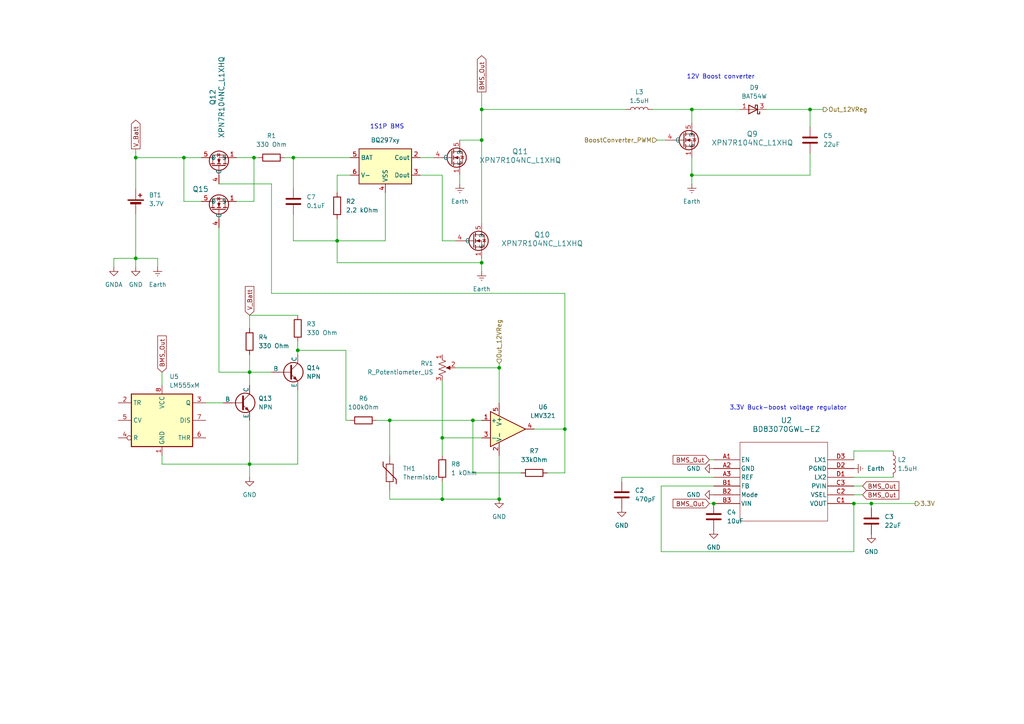
<source format=kicad_sch>
(kicad_sch (version 20250114) (generator "eeschema") (generator_version "9.0")
  (paper "A4")
  (lib_symbols
    (symbol "ADDED_SYMBOLS:BD83070GWL-E2" (pin_names (offset 0.254))
      (property "Reference" "U" (at 20.32 10.16 0))
      (property "Value" "BD83070GWL-E2" (at 20.32 7.62 0))
      (symbol "BD83070GWL-E2_0_1"
        (polyline (pts (xy 7.62 5.08) (xy 7.62 -17.78)) (stroke (width 0.127)))
        (polyline (pts (xy 7.62 -17.78) (xy 33.02 -17.78)) (stroke (width 0.127)))
        (polyline (pts (xy 33.02 5.08) (xy 7.62 5.08)) (stroke (width 0.127)))
        (polyline (pts (xy 33.02 -17.78) (xy 33.02 5.08)) (stroke (width 0.127)))
        (pin unspecified line (at 0 0 0) (length 7.62) (name "EN") (number "A1"))
        (pin power_out line (at 0 -2.54 0) (length 7.62) (name "GND") (number "A2"))
        (pin unspecified line (at 0 -5.08 0) (length 7.62) (name "REF") (number "A3"))
        (pin unspecified line (at 0 -7.62 0) (length 7.62) (name "FB") (number "B1"))
        (pin unspecified line (at 0 -12.7 0) (length 7.62) (name "VIN") (number "B3"))
        (pin bidirectional line (at 40.64 0 180) (length 7.62) (name "LX1") (number "D3"))
        (pin power_out line (at 40.64 -2.54 180) (length 7.62) (name "PGND") (number "D2"))
        (pin bidirectional line (at 40.64 -5.08 180) (length 7.62) (name "LX2") (number "D1"))
        (pin unspecified line (at 40.64 -7.62 180) (length 7.62) (name "PVIN") (number "C3"))
        (pin unspecified line (at 40.64 -10.16 180) (length 7.62) (name "VSEL") (number "C2"))
        (pin output line (at 40.64 -12.7 180) (length 7.62) (name "VOUT") (number "C1"))
      )
      (symbol "BD83070GWL-E2_1_1"
        (pin input line (at 0 -10.16 0) (length 7.62) (name "Mode") (number "B2"))
      )
    )
    (symbol "ADDED_SYMBOLS:XPN7R104NC_L1XHQ" (pin_names (offset 0.254))
      (property "Reference" "U" (at 40.386 -7.874 0))
      (property "Value" "XPN7R104NC_L1XHQ" (at 40.386 -10.414 0))
      (symbol "XPN7R104NC_L1XHQ_0_1"
        (polyline (pts (xy 21.844 -8.255) (xy 21.844 -12.065)) (stroke (width 0.254)))
        (polyline (pts (xy 21.844 -10.16) (xy 19.05 -10.16)))
        (polyline (pts (xy 22.352 -7.874) (xy 22.352 -8.89)) (stroke (width 0.254)))
        (polyline (pts (xy 22.352 -9.652) (xy 22.352 -10.668)) (stroke (width 0.254)))
        (polyline (pts (xy 22.352 -11.43) (xy 22.352 -12.446)) (stroke (width 0.254)))
        (polyline (pts (xy 22.352 -11.938) (xy 24.892 -11.938) (xy 24.892 -8.382) (xy 22.352 -8.382)))
        (polyline (pts (xy 22.606 -10.16) (xy 23.622 -9.779) (xy 23.622 -10.541) (xy 22.606 -10.16)) (fill (type outline)))
        (circle (center 23.241 -10.16) (radius 2.794) (stroke (width 0.254)))
        (polyline (pts (xy 24.13 -7.62) (xy 24.13 -8.382)))
        (circle (center 24.13 -8.382) (radius 0.254) (fill (type outline)))
        (circle (center 24.13 -11.938) (radius 0.254) (fill (type outline)))
        (polyline (pts (xy 24.13 -12.7) (xy 24.13 -10.16) (xy 22.352 -10.16)))
        (polyline (pts (xy 24.384 -9.652) (xy 24.511 -9.779) (xy 25.273 -9.779) (xy 25.4 -9.906)))
        (polyline (pts (xy 24.892 -9.779) (xy 24.511 -10.414) (xy 25.273 -10.414) (xy 24.892 -9.779)))
      )
      (symbol "XPN7R104NC_L1XHQ_1_1"
        (pin input line (at 16.51 -10.16 0) (length 2.54) (name "G") (number "4"))
        (pin passive line (at 24.13 -5.08 270) (length 2.54) (name "D") (number "5"))
        (pin passive line (at 24.13 -5.08 270) (length 2.54) (hide yes) (name "D") (number "6"))
        (pin passive line (at 24.13 -5.08 270) (length 2.54) (hide yes) (name "D") (number "7"))
        (pin passive line (at 24.13 -5.08 270) (length 2.54) (hide yes) (name "D") (number "8"))
        (pin passive line (at 24.13 -15.24 90) (length 2.54) (name "S") (number "1"))
        (pin passive line (at 24.13 -15.24 90) (length 2.54) (hide yes) (name "S") (number "2"))
        (pin passive line (at 24.13 -15.24 90) (length 2.54) (hide yes) (name "S") (number "3"))
      )
    )
    (symbol "Amplifier_Operational:LMV321" (pin_names (offset 0.127))
      (property "Reference" "U" (at 0 5.08 0))
      (property "Value" "LMV321" (at 0 -5.08 0))
      (symbol "LMV321_0_1"
        (polyline (pts (xy -5.08 5.08) (xy 5.08 0) (xy -5.08 -5.08) (xy -5.08 5.08)) (stroke (width 0.254)) (fill (type background)))
        (pin power_in line (at -2.54 7.62 270) (length 3.81) (name "V+") (number "5"))
        (pin power_in line (at -2.54 -7.62 90) (length 3.81) (name "V-") (number "2"))
      )
      (symbol "LMV321_1_1"
        (pin input line (at -7.62 2.54 0) (length 2.54) (name "+") (number "1"))
        (pin input line (at -7.62 -2.54 0) (length 2.54) (name "-") (number "3"))
        (pin output line (at 7.62 0 180) (length 2.54) (name "~") (number "4"))
      )
    )
    (symbol "Battery_Management:BQ297xy"
      (property "Reference" "U" (at -6.35 6.35 0))
      (property "Value" "BQ297xy" (at 5.08 -6.35 0))
      (symbol "BQ297xy_0_1"
        (rectangle (start -7.62 5.08) (end 7.62 -5.08) (stroke (width 0.254)) (fill (type background)))
      )
      (symbol "BQ297xy_1_1"
        (pin input line (at -10.16 2.54 0) (length 2.54) (name "BAT") (number "5"))
        (pin input line (at -10.16 -2.54 0) (length 2.54) (name "V-") (number "6"))
        (pin power_in line (at 0 -7.62 90) (length 2.54) (name "VSS") (number "4"))
        (pin no_connect line (at 7.62 0 180) (length 2.54) (hide yes) (name "NC") (number "1"))
        (pin output line (at 10.16 2.54 180) (length 2.54) (name "Cout") (number "2"))
        (pin output line (at 10.16 -2.54 180) (length 2.54) (name "Dout") (number "3"))
      )
    )
    (symbol "Device:Battery_Cell" (pin_numbers (hide yes)) (pin_names (offset 0) (hide yes))
      (property "Reference" "BT" (at 2.54 2.54 0))
      (property "Value" "Battery_Cell" (at 2.54 0 0))
      (symbol "Battery_Cell_0_1"
        (rectangle (start -2.286 1.778) (end 2.286 1.524) (fill (type outline)))
        (rectangle (start -1.524 1.016) (end 1.524 0.508) (fill (type outline)))
        (polyline (pts (xy 0 1.778) (xy 0 2.54)))
        (polyline (pts (xy 0 0.762) (xy 0 0)))
        (polyline (pts (xy 0.762 3.048) (xy 1.778 3.048)) (stroke (width 0.254)))
        (polyline (pts (xy 1.27 3.556) (xy 1.27 2.54)) (stroke (width 0.254)))
      )
      (symbol "Battery_Cell_1_1"
        (pin passive line (at 0 5.08 270) (length 2.54) (name "+") (number "1"))
        (pin passive line (at 0 -2.54 90) (length 2.54) (name "-") (number "2"))
      )
    )
    (symbol "Device:C" (pin_numbers (hide yes)) (pin_names (offset 0.254))
      (property "Reference" "C" (at 0.635 2.54 0))
      (property "Value" "C" (at 0.635 -2.54 0))
      (symbol "C_0_1"
        (polyline (pts (xy -2.032 0.762) (xy 2.032 0.762)) (stroke (width 0.508)))
        (polyline (pts (xy -2.032 -0.762) (xy 2.032 -0.762)) (stroke (width 0.508)))
      )
      (symbol "C_1_1"
        (pin passive line (at 0 3.81 270) (length 2.794) (name "~") (number "1"))
        (pin passive line (at 0 -3.81 90) (length 2.794) (name "~") (number "2"))
      )
    )
    (symbol "Device:L" (pin_numbers (hide yes)) (pin_names (offset 1.016) (hide yes))
      (property "Reference" "L" (at -1.27 0 90))
      (property "Value" "L" (at 1.905 0 90))
      (symbol "L_0_1"
        (arc (start 0 2.54) (mid 0.6323 1.905) (end 0 1.27))
        (arc (start 0 1.27) (mid 0.6323 0.635) (end 0 0))
        (arc (start 0 0) (mid 0.6323 -0.635) (end 0 -1.27))
        (arc (start 0 -1.27) (mid 0.6323 -1.905) (end 0 -2.54))
      )
      (symbol "L_1_1"
        (pin passive line (at 0 3.81 270) (length 1.27) (name "1") (number "1"))
        (pin passive line (at 0 -3.81 90) (length 1.27) (name "2") (number "2"))
      )
    )
    (symbol "Device:R" (pin_numbers (hide yes)) (pin_names (offset 0))
      (property "Reference" "R" (at 2.032 0 90))
      (property "Value" "R" (at 0 0 90))
      (symbol "R_0_1"
        (rectangle (start -1.016 -2.54) (end 1.016 2.54) (stroke (width 0.254)))
      )
      (symbol "R_1_1"
        (pin passive line (at 0 3.81 270) (length 1.27) (name "~") (number "1"))
        (pin passive line (at 0 -3.81 90) (length 1.27) (name "~") (number "2"))
      )
    )
    (symbol "Device:R_Potentiometer_US" (pin_names (offset 1.016) (hide yes))
      (property "Reference" "RV" (at -4.445 0 90))
      (property "Value" "R_Potentiometer_US" (at -2.54 0 90))
      (symbol "R_Potentiometer_US_0_1"
        (polyline (pts (xy 0 2.54) (xy 0 2.286)))
        (polyline (pts (xy 0 2.286) (xy 1.016 1.905) (xy 0 1.524) (xy -1.016 1.143) (xy 0 0.762)))
        (polyline (pts (xy 0 0.762) (xy 1.016 0.381) (xy 0 0) (xy -1.016 -0.381) (xy 0 -0.762)))
        (polyline (pts (xy 0 -0.762) (xy 1.016 -1.143) (xy 0 -1.524) (xy -1.016 -1.905) (xy 0 -2.286)))
        (polyline (pts (xy 0 -2.286) (xy 0 -2.54)))
        (polyline (pts (xy 1.143 0) (xy 2.286 0.508) (xy 2.286 -0.508) (xy 1.143 0)) (fill (type outline)))
        (polyline (pts (xy 2.54 0) (xy 1.524 0)))
      )
      (symbol "R_Potentiometer_US_1_1"
        (pin passive line (at 0 3.81 270) (length 1.27) (name "1") (number "1"))
        (pin passive line (at 0 -3.81 90) (length 1.27) (name "3") (number "3"))
        (pin passive line (at 3.81 0 180) (length 1.27) (name "2") (number "2"))
      )
    )
    (symbol "Device:Thermistor" (pin_numbers (hide yes)) (pin_names (offset 0))
      (property "Reference" "TH" (at 2.54 1.27 90))
      (property "Value" "Thermistor" (at -2.54 0 90))
      (symbol "Thermistor_0_1"
        (polyline (pts (xy -1.905 3.175) (xy -1.905 1.905) (xy 1.905 -1.905) (xy 1.905 -3.175) (xy 1.905 -3.175)) (stroke (width 0.254)))
        (rectangle (start -1.016 2.54) (end 1.016 -2.54) (stroke (width 0.2032)))
      )
      (symbol "Thermistor_1_1"
        (pin passive line (at 0 5.08 270) (length 2.54) (name "~") (number "1"))
        (pin passive line (at 0 -5.08 90) (length 2.54) (name "~") (number "2"))
      )
    )
    (symbol "Diode:BAT54W" (pin_names (offset 1.016) (hide yes))
      (property "Reference" "D" (at 0 2.54 0))
      (property "Value" "BAT54W" (at 0 -2.54 0))
      (symbol "BAT54W_0_1"
        (polyline (pts (xy -1.905 0.635) (xy -1.905 1.27) (xy -1.27 1.27) (xy -1.27 -1.27) (xy -0.635 -1.27) (xy -0.635 -0.635)) (stroke (width 0.254)))
        (polyline (pts (xy 1.27 1.27) (xy 1.27 -1.27) (xy -1.27 0) (xy 1.27 1.27)) (stroke (width 0.254)))
        (polyline (pts (xy 1.27 0) (xy -1.27 0)))
      )
      (symbol "BAT54W_1_1"
        (pin passive line (at -3.81 0 0) (length 2.54) (name "K") (number "3"))
        (pin no_connect line (at 0 0 90) (length 2.54) (hide yes) (name "NC") (number "2"))
        (pin passive line (at 3.81 0 180) (length 2.54) (name "A") (number "1"))
      )
    )
    (symbol "Simulation_SPICE:NPN" (pin_numbers (hide yes)) (pin_names (offset 0))
      (property "Reference" "Q" (at -2.54 7.62 0))
      (property "Value" "NPN" (at -2.54 5.08 0))
      (symbol "NPN_0_1"
        (polyline (pts (xy -2.54 0) (xy 0.635 0)) (stroke (width 0.1524)))
        (polyline (pts (xy 0.635 1.905) (xy 0.635 -1.905) (xy 0.635 -1.905)) (stroke (width 0.508)))
        (polyline (pts (xy 0.635 0.635) (xy 2.54 2.54)))
        (polyline (pts (xy 0.635 -0.635) (xy 2.54 -2.54) (xy 2.54 -2.54)))
        (circle (center 1.27 0) (radius 2.8194) (stroke (width 0.254)))
        (polyline (pts (xy 1.27 -1.778) (xy 1.778 -1.27) (xy 2.286 -2.286) (xy 1.27 -1.778) (xy 1.27 -1.778)) (fill (type outline)))
        (polyline (pts (xy 2.794 -1.27) (xy 2.794 -1.27)) (stroke (width 0.1524)))
        (polyline (pts (xy 2.794 -1.27) (xy 2.794 -1.27)) (stroke (width 0.1524)))
      )
      (symbol "NPN_1_1"
        (pin input line (at -5.08 0 0) (length 2.54) (name "B") (number "2"))
        (pin open_collector line (at 2.54 5.08 270) (length 2.54) (name "C") (number "1"))
        (pin open_emitter line (at 2.54 -5.08 90) (length 2.54) (name "E") (number "3"))
      )
    )
    (symbol "Timer:LM555xM"
      (property "Reference" "U" (at -10.16 8.89 0))
      (property "Value" "LM555xM" (at 2.54 8.89 0))
      (symbol "LM555xM_0_0"
        (pin power_in line (at 0 10.16 270) (length 2.54) (name "VCC") (number "8"))
        (pin power_in line (at 0 -10.16 90) (length 2.54) (name "GND") (number "1"))
      )
      (symbol "LM555xM_0_1"
        (rectangle (start -8.89 -7.62) (end 8.89 7.62) (stroke (width 0.254)) (fill (type background)))
        (rectangle (start -8.89 -7.62) (end 8.89 7.62) (stroke (width 0.254)) (fill (type background)))
      )
      (symbol "LM555xM_1_1"
        (pin input line (at -12.7 5.08 0) (length 3.81) (name "TR") (number "2"))
        (pin input line (at -12.7 0 0) (length 3.81) (name "CV") (number "5"))
        (pin input inverted (at -12.7 -5.08 0) (length 3.81) (name "R") (number "4"))
        (pin output line (at 12.7 5.08 180) (length 3.81) (name "Q") (number "3"))
        (pin input line (at 12.7 0 180) (length 3.81) (name "DIS") (number "7"))
        (pin input line (at 12.7 -5.08 180) (length 3.81) (name "THR") (number "6"))
      )
    )
    (symbol "power:Earth" (power) (pin_numbers (hide yes)) (pin_names (offset 0) (hide yes))
      (property "Value" "Earth" (at 0 -3.81 0))
      (symbol "Earth_0_1"
        (polyline (pts (xy -0.635 -1.905) (xy 0.635 -1.905)))
        (polyline (pts (xy -0.127 -2.54) (xy 0.127 -2.54)))
        (polyline (pts (xy 0 -1.27) (xy 0 0)))
        (polyline (pts (xy 1.27 -1.27) (xy -1.27 -1.27)))
      )
      (symbol "Earth_1_1"
        (pin power_in line (at 0 0 270) (length 0) (name "~") (number "1"))
      )
    )
    (symbol "power:GND" (power) (pin_numbers (hide yes)) (pin_names (offset 0) (hide yes))
      (property "Value" "GND" (at 0 -3.81 0))
      (symbol "GND_0_1"
        (polyline (pts (xy 0 0) (xy 0 -1.27) (xy 1.27 -1.27) (xy 0 -2.54) (xy -1.27 -1.27) (xy 0 -1.27)))
      )
      (symbol "GND_1_1"
        (pin power_in line (at 0 0 270) (length 0) (name "~") (number "1"))
      )
    )
    (symbol "power:GNDA" (power) (pin_numbers (hide yes)) (pin_names (offset 0) (hide yes))
      (property "Value" "GNDA" (at 0 -3.81 0))
      (symbol "GNDA_0_1"
        (polyline (pts (xy 0 0) (xy 0 -1.27) (xy 1.27 -1.27) (xy 0 -2.54) (xy -1.27 -1.27) (xy 0 -1.27)))
      )
      (symbol "GNDA_1_1"
        (pin power_in line (at 0 0 270) (length 0) (name "~") (number "1"))
      )
    )
  )
  (text "1S1P BMS" (at 112.268 36.83 0) (effects (font (size 1.27 1.27))))
  (text "12V Boost converter" (at 209.042 22.352 0) (effects (font (size 1.27 1.27))))
  (text "3.3V Buck-boost voltage regulator" (at 228.6 118.364 0) (effects (font (size 1.27 1.27))))
  (junction (at 144.78 144.78))
  (junction (at 139.7 76.2))
  (junction (at 247.65 146.05))
  (junction (at 234.95 31.75))
  (junction (at 72.39 134.62))
  (junction (at 72.39 107.95))
  (junction (at 86.36 101.6))
  (junction (at 53.34 45.72))
  (junction (at 139.7 40.64))
  (junction (at 252.73 146.05))
  (junction (at 39.37 74.93))
  (junction (at 97.79 69.85))
  (junction (at 139.7 31.75))
  (junction (at 39.37 45.72))
  (junction (at 85.09 45.72))
  (junction (at 200.66 31.75))
  (junction (at 113.03 121.92))
  (junction (at 200.66 50.8))
  (junction (at 73.66 45.72))
  (junction (at 128.27 127))
  (junction (at 137.16 121.92))
  (junction (at 128.27 144.78))
  (junction (at 144.78 106.68))
  (junction (at 207.01 146.05))
  (junction (at 163.83 124.46))
  (wire (pts (xy 139.7 31.75) (xy 181.61 31.75)))
  (wire (pts (xy 86.36 99.06) (xy 86.36 101.6)))
  (wire (pts (xy 234.95 31.75) (xy 234.95 36.83)))
  (wire (pts (xy 97.79 63.5) (xy 97.79 69.85)))
  (wire (pts (xy 101.6 50.8) (xy 97.79 50.8)))
  (wire (pts (xy 180.34 138.43) (xy 207.01 138.43)))
  (wire (pts (xy 68.58 58.42) (xy 73.66 58.42)))
  (wire (pts (xy 139.7 76.2) (xy 97.79 76.2)))
  (wire (pts (xy 200.66 31.75) (xy 214.63 31.75)))
  (wire (pts (xy 144.78 105.41) (xy 144.78 106.68)))
  (wire (pts (xy 234.95 44.45) (xy 234.95 50.8)))
  (wire (pts (xy 189.23 31.75) (xy 200.66 31.75)))
  (wire (pts (xy 39.37 45.72) (xy 39.37 54.61)))
  (wire (pts (xy 45.72 77.47) (xy 45.72 74.93)))
  (wire (pts (xy 86.36 101.6) (xy 86.36 102.87)))
  (wire (pts (xy 180.34 138.43) (xy 180.34 139.7)))
  (wire (pts (xy 100.33 121.92) (xy 100.33 101.6)))
  (wire (pts (xy 111.76 55.88) (xy 111.76 69.85)))
  (wire (pts (xy 39.37 45.72) (xy 53.34 45.72)))
  (wire (pts (xy 72.39 102.87) (xy 72.39 107.95)))
  (wire (pts (xy 72.39 107.95) (xy 63.5 107.95)))
  (wire (pts (xy 163.83 85.09) (xy 78.74 85.09)))
  (wire (pts (xy 39.37 43.18) (xy 39.37 45.72)))
  (wire (pts (xy 234.95 31.75) (xy 238.76 31.75)))
  (wire (pts (xy 205.74 146.05) (xy 207.01 146.05)))
  (wire (pts (xy 128.27 69.85) (xy 132.08 69.85)))
  (wire (pts (xy 163.83 137.16) (xy 163.83 124.46)))
  (wire (pts (xy 191.77 160.02) (xy 247.65 160.02)))
  (wire (pts (xy 247.65 143.51) (xy 250.19 143.51)))
  (wire (pts (xy 72.39 95.25) (xy 72.39 91.44)))
  (wire (pts (xy 139.7 127) (xy 128.27 127)))
  (wire (pts (xy 109.22 121.92) (xy 113.03 121.92)))
  (wire (pts (xy 68.58 45.72) (xy 73.66 45.72)))
  (wire (pts (xy 200.66 50.8) (xy 200.66 53.34)))
  (wire (pts (xy 121.92 50.8) (xy 128.27 50.8)))
  (wire (pts (xy 53.34 58.42) (xy 58.42 58.42)))
  (wire (pts (xy 137.16 137.16) (xy 137.16 121.92)))
  (wire (pts (xy 46.99 134.62) (xy 72.39 134.62)))
  (wire (pts (xy 73.66 45.72) (xy 74.93 45.72)))
  (wire (pts (xy 128.27 144.78) (xy 144.78 144.78)))
  (wire (pts (xy 85.09 69.85) (xy 97.79 69.85)))
  (wire (pts (xy 46.99 132.08) (xy 46.99 134.62)))
  (wire (pts (xy 247.65 146.05) (xy 252.73 146.05)))
  (wire (pts (xy 139.7 40.64) (xy 139.7 31.75)))
  (wire (pts (xy 63.5 107.95) (xy 63.5 66.04)))
  (wire (pts (xy 97.79 50.8) (xy 97.79 55.88)))
  (wire (pts (xy 247.65 130.81) (xy 259.08 130.81)))
  (wire (pts (xy 247.65 138.43) (xy 259.08 138.43)))
  (wire (pts (xy 158.75 137.16) (xy 163.83 137.16)))
  (wire (pts (xy 113.03 144.78) (xy 128.27 144.78)))
  (wire (pts (xy 205.74 133.35) (xy 207.01 133.35)))
  (wire (pts (xy 128.27 110.49) (xy 128.27 127)))
  (wire (pts (xy 53.34 45.72) (xy 53.34 58.42)))
  (wire (pts (xy 101.6 45.72) (xy 85.09 45.72)))
  (wire (pts (xy 132.08 106.68) (xy 144.78 106.68)))
  (wire (pts (xy 222.25 31.75) (xy 234.95 31.75)))
  (wire (pts (xy 46.99 107.95) (xy 46.99 111.76)))
  (wire (pts (xy 139.7 40.64) (xy 139.7 64.77)))
  (wire (pts (xy 247.65 160.02) (xy 247.65 146.05)))
  (wire (pts (xy 191.77 140.97) (xy 191.77 160.02)))
  (wire (pts (xy 85.09 62.23) (xy 85.09 69.85)))
  (wire (pts (xy 128.27 50.8) (xy 128.27 69.85)))
  (wire (pts (xy 85.09 45.72) (xy 85.09 54.61)))
  (wire (pts (xy 137.16 137.16) (xy 151.13 137.16)))
  (wire (pts (xy 163.83 124.46) (xy 163.83 85.09)))
  (wire (pts (xy 53.34 45.72) (xy 58.42 45.72)))
  (wire (pts (xy 72.39 134.62) (xy 72.39 138.43)))
  (wire (pts (xy 97.79 69.85) (xy 111.76 69.85)))
  (wire (pts (xy 139.7 26.67) (xy 139.7 31.75)))
  (wire (pts (xy 139.7 78.74) (xy 139.7 76.2)))
  (wire (pts (xy 247.65 133.35) (xy 247.65 130.81)))
  (wire (pts (xy 59.69 116.84) (xy 64.77 116.84)))
  (wire (pts (xy 190.5 40.64) (xy 193.04 40.64)))
  (wire (pts (xy 33.02 74.93) (xy 33.02 77.47)))
  (wire (pts (xy 200.66 45.72) (xy 200.66 50.8)))
  (wire (pts (xy 234.95 50.8) (xy 200.66 50.8)))
  (wire (pts (xy 128.27 139.7) (xy 128.27 144.78)))
  (wire (pts (xy 72.39 121.92) (xy 72.39 134.62)))
  (wire (pts (xy 113.03 121.92) (xy 137.16 121.92)))
  (wire (pts (xy 128.27 127) (xy 128.27 132.08)))
  (wire (pts (xy 39.37 74.93) (xy 39.37 77.47)))
  (wire (pts (xy 100.33 101.6) (xy 86.36 101.6)))
  (wire (pts (xy 247.65 140.97) (xy 250.19 140.97)))
  (wire (pts (xy 39.37 62.23) (xy 39.37 74.93)))
  (wire (pts (xy 113.03 144.78) (xy 113.03 142.24)))
  (wire (pts (xy 144.78 132.08) (xy 144.78 144.78)))
  (wire (pts (xy 133.35 53.34) (xy 133.35 50.8)))
  (wire (pts (xy 144.78 106.68) (xy 144.78 116.84)))
  (wire (pts (xy 73.66 58.42) (xy 73.66 45.72)))
  (wire (pts (xy 200.66 31.75) (xy 200.66 35.56)))
  (wire (pts (xy 265.43 146.05) (xy 252.73 146.05)))
  (wire (pts (xy 252.73 146.05) (xy 252.73 147.32)))
  (wire (pts (xy 86.36 134.62) (xy 72.39 134.62)))
  (wire (pts (xy 82.55 45.72) (xy 85.09 45.72)))
  (wire (pts (xy 45.72 74.93) (xy 39.37 74.93)))
  (wire (pts (xy 78.74 53.34) (xy 63.5 53.34)))
  (wire (pts (xy 139.7 76.2) (xy 139.7 74.93)))
  (wire (pts (xy 72.39 91.44) (xy 86.36 91.44)))
  (wire (pts (xy 133.35 40.64) (xy 139.7 40.64)))
  (wire (pts (xy 86.36 113.03) (xy 86.36 134.62)))
  (wire (pts (xy 72.39 107.95) (xy 72.39 111.76)))
  (wire (pts (xy 154.94 124.46) (xy 163.83 124.46)))
  (wire (pts (xy 39.37 74.93) (xy 33.02 74.93)))
  (wire (pts (xy 137.16 121.92) (xy 139.7 121.92)))
  (wire (pts (xy 113.03 121.92) (xy 113.03 132.08)))
  (wire (pts (xy 78.74 107.95) (xy 72.39 107.95)))
  (wire (pts (xy 121.92 45.72) (xy 125.73 45.72)))
  (wire (pts (xy 78.74 85.09) (xy 78.74 53.34)))
  (wire (pts (xy 101.6 121.92) (xy 100.33 121.92)))
  (wire (pts (xy 207.01 140.97) (xy 191.77 140.97)))
  (wire (pts (xy 97.79 76.2) (xy 97.79 69.85)))
  (global_label "BMS_Out" (shape input) (at 205.74 146.05 180) (property "Intersheetrefs" "${INTERSHEET_REFS}" (effects (hide yes))))
  (global_label "V_Batt" (shape input) (at 72.39 91.44 90) (property "Intersheetrefs" "${INTERSHEET_REFS}" (effects (hide yes))))
  (global_label "BMS_Out" (shape output) (at 139.7 26.67 90) (property "Intersheetrefs" "${INTERSHEET_REFS}" (effects (hide yes))))
  (global_label "V_Batt" (shape output) (at 39.37 43.18 90) (property "Intersheetrefs" "${INTERSHEET_REFS}" (effects (hide yes))))
  (global_label "BMS_Out" (shape input) (at 250.19 140.97 0) (property "Intersheetrefs" "${INTERSHEET_REFS}" (effects (hide yes))))
  (global_label "BMS_Out" (shape input) (at 205.74 133.35 180) (property "Intersheetrefs" "${INTERSHEET_REFS}" (effects (hide yes))))
  (global_label "BMS_Out" (shape input) (at 250.19 143.51 0) (property "Intersheetrefs" "${INTERSHEET_REFS}" (effects (hide yes))))
  (global_label "BMS_Out" (shape input) (at 46.99 107.95 90) (property "Intersheetrefs" "${INTERSHEET_REFS}" (effects (hide yes))))
  (hierarchical_label "Out_12VReg" (shape input) (at 144.78 105.41 90))
  (hierarchical_label "3.3V" (shape output) (at 265.43 146.05 0))
  (hierarchical_label "Out_12VReg" (shape output) (at 238.76 31.75 0))
  (hierarchical_label "BoostConverter_PWM" (shape input) (at 190.5 40.64 180))
  (symbol (lib_id "Device:R") (at 97.79 59.69 0) (unit 1)
    (property "Reference" "R2" (at 100.33 58.4199 0) (effects (justify left)))
    (property "Value" "2.2 kOhm" (at 100.33 60.9599 0) (effects (justify left)))
    (property "Footprint" "Resistor_SMD:R_1210_3225Metric" (effects (hide yes)))
    (property "Description" "Resistor" (effects (hide yes)))
  )
  (symbol (lib_id "power:GND") (at 252.73 154.94 0) (unit 1)
    (property "Reference" "#PWR016" (effects (hide yes)))
    (property "Value" "GND" (at 252.73 160.02 0))
    (property "Description" "Power symbol creates a global label with name \"GND\" , ground" (effects (hide yes)))
  )
  (symbol (lib_id "power:GND") (at 144.78 144.78 0) (unit 1)
    (property "Reference" "#PWR027" (effects (hide yes)))
    (property "Value" "GND" (at 144.78 149.86 0))
    (property "Description" "Power symbol creates a global label with name \"GND\" , ground" (effects (hide yes)))
  )
  (symbol (lib_id "power:GND") (at 39.37 77.47 0) (unit 1)
    (property "Reference" "#PWR011" (effects (hide yes)))
    (property "Value" "GND" (at 39.37 82.55 0))
    (property "Description" "Power symbol creates a global label with name \"GND\" , ground" (effects (hide yes)))
  )
  (symbol (lib_id "Device:R_Potentiometer_US") (at 128.27 106.68 0) (unit 1)
    (property "Reference" "RV1" (at 125.73 105.4099 0) (effects (justify right)))
    (property "Value" "R_Potentiometer_US" (at 125.73 107.9499 0) (effects (justify right)))
    (property "Footprint" "ADDED_SYMBOLS:Potentiometer_601030_AVX" (effects (hide yes)))
    (property "Description" "Potentiometer, US symbol" (effects (hide yes)))
  )
  (symbol (lib_id "Device:Thermistor") (at 113.03 137.16 0) (unit 1)
    (property "Reference" "TH1" (at 116.84 135.8899 0) (effects (justify left)))
    (property "Value" "Thermistor" (at 116.84 138.4299 0) (effects (justify left)))
    (property "Description" "Temperature dependent resistor" (effects (hide yes)))
  )
  (symbol (lib_id "ADDED_SYMBOLS:XPN7R104NC_L1XHQ") (at 109.22 35.56 0) (unit 1)
    (property "Reference" "Q11" (at 150.876 43.942 0) (effects (font (size 1.524 1.524))))
    (property "Value" "XPN7R104NC_L1XHQ" (at 150.876 46.482 0) (effects (font (size 1.524 1.524))))
    (property "Footprint" "TSON_AdvanceWF_TOS" (effects (hide yes)))
    (property "Datasheet" "XPN7R104NC_L1XHQ" (effects (hide yes)))
  )
  (symbol (lib_id "Simulation_SPICE:NPN") (at 83.82 107.95 0) (unit 1)
    (property "Reference" "Q14" (at 88.9 106.6799 0) (effects (justify left)))
    (property "Value" "NPN" (at 88.9 109.2199 0) (effects (justify left)))
    (property "Datasheet" "https://ngspice.sourceforge.io/docs/ngspice-html-manual/manual.xhtml#cha_BJTs" (effects (hide yes)))
    (property "Description" "Bipolar transistor symbol for simulation only, substrate tied to the emitter" (effects (hide yes)))
    (property "Sim.Device" "NPN" (effects (hide yes)))
    (property "Sim.Type" "GUMMELPOON" (effects (hide yes)))
    (property "Sim.Pins" "1=C 2=B 3=E" (effects (hide yes)))
  )
  (symbol (lib_id "Simulation_SPICE:NPN") (at 69.85 116.84 0) (unit 1)
    (property "Reference" "Q13" (at 74.93 115.5699 0) (effects (justify left)))
    (property "Value" "NPN" (at 74.93 118.1099 0) (effects (justify left)))
    (property "Datasheet" "https://ngspice.sourceforge.io/docs/ngspice-html-manual/manual.xhtml#cha_BJTs" (effects (hide yes)))
    (property "Description" "Bipolar transistor symbol for simulation only, substrate tied to the emitter" (effects (hide yes)))
    (property "Sim.Device" "NPN" (effects (hide yes)))
    (property "Sim.Type" "GUMMELPOON" (effects (hide yes)))
    (property "Sim.Pins" "1=C 2=B 3=E" (effects (hide yes)))
  )
  (symbol (lib_id "Device:C") (at 207.01 149.86 0) (unit 1)
    (property "Reference" "C4" (at 210.82 148.5899 0) (effects (justify left)))
    (property "Value" "10uF" (at 210.82 151.1299 0) (effects (justify left)))
    (property "Footprint" "Capacitor_SMD:C_1210_3225Metric" (effects (hide yes)))
    (property "Description" "Unpolarized capacitor" (effects (hide yes)))
  )
  (symbol (lib_id "Diode:BAT54W") (at 218.44 31.75 180) (unit 1)
    (property "Reference" "D9" (at 218.7575 25.4 0))
    (property "Value" "BAT54W" (at 218.7575 27.94 0))
    (property "Footprint" "Package_TO_SOT_SMD:SOT-323_SC-70" (effects (hide yes)))
    (property "Datasheet" "https://assets.nexperia.com/documents/data-sheet/BAT54W_SER.pdf" (effects (hide yes)))
    (property "Description" "Schottky barrier diode, SOT-323" (effects (hide yes)))
  )
  (symbol (lib_id "Device:C") (at 180.34 143.51 0) (unit 1)
    (property "Reference" "C2" (at 184.15 142.2399 0) (effects (justify left)))
    (property "Value" "470pF" (at 184.15 144.7799 0) (effects (justify left)))
    (property "Footprint" "Capacitor_SMD:C_1210_3225Metric" (effects (hide yes)))
    (property "Description" "Unpolarized capacitor" (effects (hide yes)))
  )
  (symbol (lib_id "Device:Battery_Cell") (at 39.37 59.69 0) (unit 1)
    (property "Reference" "BT1" (at 43.18 56.5784 0) (effects (justify left)))
    (property "Value" "3.7V" (at 43.18 59.1184 0) (effects (justify left)))
    (property "Footprint" "Battery:BatteryHolder_MPD_BH-18650-PC2" (effects (hide yes)))
    (property "Description" "Single-cell battery" (effects (hide yes)))
  )
  (symbol (lib_id "Device:R") (at 105.41 121.92 270) (unit 1)
    (property "Reference" "R6" (at 105.41 115.57 90))
    (property "Value" "100kOhm" (at 105.41 118.11 90))
    (property "Footprint" "Resistor_SMD:R_1210_3225Metric" (effects (hide yes)))
    (property "Description" "Resistor" (effects (hide yes)))
  )
  (symbol (lib_id "power:Earth") (at 45.72 77.47 0) (unit 1)
    (property "Reference" "#PWR012" (effects (hide yes)))
    (property "Value" "Earth" (at 45.72 82.55 0))
    (property "Description" "Power symbol creates a global label with name \"Earth\"" (effects (hide yes)))
  )
  (symbol (lib_id "ADDED_SYMBOLS:XPN7R104NC_L1XHQ") (at 53.34 69.85 90) (unit 1)
    (property "Reference" "Q12" (at 61.722 28.194 0) (effects (font (size 1.524 1.524))))
    (property "Value" "XPN7R104NC_L1XHQ" (at 64.262 28.194 0) (effects (font (size 1.524 1.524))))
    (property "Footprint" "TSON_AdvanceWF_TOS" (effects (hide yes)))
    (property "Datasheet" "XPN7R104NC_L1XHQ" (effects (hide yes)))
  )
  (symbol (lib_id "ADDED_SYMBOLS:BD83070GWL-E2") (at 207.01 133.35 0) (unit 1)
    (property "Reference" "U2" (at 228.092 121.92 0) (effects (font (size 1.524 1.524))))
    (property "Value" "BD83070GWL-E2" (at 228.092 124.46 0) (effects (font (size 1.524 1.524))))
    (property "Footprint" "UCSP50L1C_ROM" (effects (hide yes)))
    (property "Datasheet" "BD83070GWL-E2" (effects (hide yes)))
  )
  (symbol (lib_id "Device:R") (at 154.94 137.16 270) (unit 1)
    (property "Reference" "R7" (at 154.94 130.81 90))
    (property "Value" "33kOhm" (at 154.94 133.35 90))
    (property "Footprint" "Resistor_SMD:R_1210_3225Metric" (effects (hide yes)))
    (property "Description" "Resistor" (effects (hide yes)))
  )
  (symbol (lib_id "Device:L") (at 185.42 31.75 90) (unit 1)
    (property "Reference" "L3" (at 185.42 26.67 90))
    (property "Value" "1.5uH" (at 185.42 29.21 90))
    (property "Footprint" "Inductor_SMD:L_1008_2520Metric" (effects (hide yes)))
    (property "Description" "Inductor" (effects (hide yes)))
  )
  (symbol (lib_id "power:GND") (at 180.34 147.32 0) (unit 1)
    (property "Reference" "#PWR015" (effects (hide yes)))
    (property "Value" "GND" (at 180.34 152.4 0))
    (property "Description" "Power symbol creates a global label with name \"GND\" , ground" (effects (hide yes)))
  )
  (symbol (lib_id "Device:R") (at 128.27 135.89 0) (unit 1)
    (property "Reference" "R8" (at 130.81 134.6199 0) (effects (justify left)))
    (property "Value" "1 kOhm" (at 130.81 137.1599 0) (effects (justify left)))
    (property "Footprint" "Resistor_SMD:R_1210_3225Metric" (effects (hide yes)))
    (property "Description" "Resistor" (effects (hide yes)))
  )
  (symbol (lib_id "Device:R") (at 72.39 99.06 180) (unit 1)
    (property "Reference" "R4" (at 74.93 97.7899 0) (effects (justify right)))
    (property "Value" "330 Ohm" (at 74.93 100.3299 0) (effects (justify right)))
    (property "Footprint" "Resistor_SMD:R_1210_3225Metric" (effects (hide yes)))
    (property "Description" "Resistor" (effects (hide yes)))
  )
  (symbol (lib_id "ADDED_SYMBOLS:XPN7R104NC_L1XHQ") (at 176.53 30.48 0) (unit 1)
    (property "Reference" "Q9" (at 218.186 38.862 0) (effects (font (size 1.524 1.524))))
    (property "Value" "XPN7R104NC_L1XHQ" (at 218.186 41.402 0) (effects (font (size 1.524 1.524))))
    (property "Footprint" "TSON_AdvanceWF_TOS" (effects (hide yes)))
    (property "Datasheet" "XPN7R104NC_L1XHQ" (effects (hide yes)))
  )
  (symbol (lib_id "Device:R") (at 78.74 45.72 90) (unit 1)
    (property "Reference" "R1" (at 78.74 39.37 90))
    (property "Value" "330 Ohm" (at 78.74 41.91 90))
    (property "Footprint" "Resistor_SMD:R_1210_3225Metric" (effects (hide yes)))
    (property "Description" "Resistor" (effects (hide yes)))
  )
  (symbol (lib_id "Device:C") (at 234.95 40.64 0) (unit 1)
    (property "Reference" "C5" (at 238.76 39.3699 0) (effects (justify left)))
    (property "Value" "22uF" (at 238.76 41.9099 0) (effects (justify left)))
    (property "Description" "Unpolarized capacitor" (effects (hide yes)))
  )
  (symbol (lib_id "power:GND") (at 207.01 135.89 270) (unit 1)
    (property "Reference" "#PWR013" (effects (hide yes)))
    (property "Value" "GND" (at 203.2 135.8899 90) (effects (justify right)))
    (property "Description" "Power symbol creates a global label with name \"GND\" , ground" (effects (hide yes)))
  )
  (symbol (lib_id "power:GND") (at 207.01 143.51 270) (unit 1)
    (property "Reference" "#PWR014" (effects (hide yes)))
    (property "Value" "GND" (at 203.2 143.5099 90) (effects (justify right)))
    (property "Description" "Power symbol creates a global label with name \"GND\" , ground" (effects (hide yes)))
  )
  (symbol (lib_id "ADDED_SYMBOLS:XPN7R104NC_L1XHQ") (at 53.34 82.55 90) (unit 1)
    (property "Reference" "Q15" (at 58.166 54.864 90) (effects (font (size 1.524 1.524))))
    (property "Value" "XPN7R104NC_L1XHQ" (effects (hide yes)))
    (property "Footprint" "TSON_AdvanceWF_TOS" (effects (hide yes)))
    (property "Datasheet" "XPN7R104NC_L1XHQ" (effects (hide yes)))
  )
  (symbol (lib_id "Timer:LM555xM") (at 46.99 121.92 0) (unit 1)
    (property "Reference" "U5" (at 49.1333 109.22 0) (effects (justify left)))
    (property "Value" "LM555xM" (at 49.1333 111.76 0) (effects (justify left)))
    (property "Footprint" "Package_SO:SOIC-8_3.9x4.9mm_P1.27mm" (effects (hide yes)))
    (property "Datasheet" "http://www.ti.com/lit/ds/symlink/lm555.pdf" (effects (hide yes)))
    (property "Description" "Timer, 555 compatible, SOIC-8" (effects (hide yes)))
  )
  (symbol (lib_id "Amplifier_Operational:LMV321") (at 147.32 124.46 0) (unit 1)
    (property "Reference" "U6" (at 157.48 118.0398 0))
    (property "Value" "LMV321" (at 157.48 120.5798 0))
    (property "Footprint" "ADDED_SYMBOLS:LMV321B_S5TSOT23-5-A_TPK" (effects (hide yes)))
    (property "Datasheet" "http://www.ti.com/lit/ds/symlink/lmv324.pdf" (effects (hide yes)))
    (property "Description" "Low-Voltage Rail-to-Rail Output Operational Amplifiers, SOT-23-5/SC-70-5" (effects (hide yes)))
  )
  (symbol (lib_id "Battery_Management:BQ297xy") (at 111.76 48.26 0) (unit 1)
    (property "Reference" "U3" (effects (hide yes)))
    (property "Value" "BQ297xy" (at 111.76 40.64 0))
    (property "Footprint" "Package_SON:WSON-6_1.5x1.5mm_P0.5mm" (effects (hide yes)))
    (property "Datasheet" "http://www.ti.com/lit/ds/symlink/bq2970.pdf" (effects (hide yes)))
    (property "Description" "Voltage and Current Protection for Single-Cell Li-Ion and Li-Polymer Batteries" (effects (hide yes)))
  )
  (symbol (lib_id "power:GND") (at 72.39 138.43 0) (unit 1)
    (property "Reference" "#PWR028" (effects (hide yes)))
    (property "Value" "GND" (at 72.39 143.51 0))
    (property "Description" "Power symbol creates a global label with name \"GND\" , ground" (effects (hide yes)))
  )
  (symbol (lib_id "ADDED_SYMBOLS:XPN7R104NC_L1XHQ") (at 115.57 59.69 0) (unit 1)
    (property "Reference" "Q10" (at 157.226 68.072 0) (effects (font (size 1.524 1.524))))
    (property "Value" "XPN7R104NC_L1XHQ" (at 157.226 70.612 0) (effects (font (size 1.524 1.524))))
    (property "Footprint" "TSON_AdvanceWF_TOS" (effects (hide yes)))
    (property "Datasheet" "XPN7R104NC_L1XHQ" (effects (hide yes)))
  )
  (symbol (lib_id "power:GND") (at 207.01 153.67 0) (unit 1)
    (property "Reference" "#PWR017" (effects (hide yes)))
    (property "Value" "GND" (at 207.01 158.75 0))
    (property "Description" "Power symbol creates a global label with name \"GND\" , ground" (effects (hide yes)))
  )
  (symbol (lib_id "power:Earth") (at 133.35 53.34 0) (unit 1)
    (property "Reference" "#PWR026" (effects (hide yes)))
    (property "Value" "Earth" (at 133.35 58.42 0))
    (property "Description" "Power symbol creates a global label with name \"Earth\"" (effects (hide yes)))
  )
  (symbol (lib_id "Device:R") (at 86.36 95.25 180) (unit 1)
    (property "Reference" "R3" (at 88.9 93.9799 0) (effects (justify right)))
    (property "Value" "330 Ohm" (at 88.9 96.5199 0) (effects (justify right)))
    (property "Footprint" "Resistor_SMD:R_1210_3225Metric" (effects (hide yes)))
    (property "Description" "Resistor" (effects (hide yes)))
  )
  (symbol (lib_id "power:GNDA") (at 33.02 77.47 0) (unit 1)
    (property "Reference" "#PWR021" (effects (hide yes)))
    (property "Value" "GNDA" (at 33.02 82.55 0))
    (property "Description" "Power symbol creates a global label with name \"GNDA\" , analog ground" (effects (hide yes)))
  )
  (symbol (lib_id "Device:C") (at 252.73 151.13 0) (unit 1)
    (property "Reference" "C3" (at 256.54 149.8599 0) (effects (justify left)))
    (property "Value" "22uF" (at 256.54 152.3999 0) (effects (justify left)))
    (property "Footprint" "Capacitor_SMD:C_1210_3225Metric" (effects (hide yes)))
    (property "Description" "Unpolarized capacitor" (effects (hide yes)))
  )
  (symbol (lib_id "power:Earth") (at 139.7 78.74 0) (unit 1)
    (property "Reference" "#PWR025" (effects (hide yes)))
    (property "Value" "Earth" (at 139.7 83.82 0))
    (property "Description" "Power symbol creates a global label with name \"Earth\"" (effects (hide yes)))
  )
  (symbol (lib_id "power:Earth") (at 200.66 53.34 0) (unit 1)
    (property "Reference" "#PWR018" (effects (hide yes)))
    (property "Value" "Earth" (at 200.66 58.42 0))
    (property "Description" "Power symbol creates a global label with name \"Earth\"" (effects (hide yes)))
  )
  (symbol (lib_id "Device:L") (at 259.08 134.62 0) (unit 1)
    (property "Reference" "L2" (at 260.35 133.3499 0) (effects (justify left)))
    (property "Value" "1.5uH" (at 260.35 135.8899 0) (effects (justify left)))
    (property "Footprint" "Inductor_SMD:L_1008_2520Metric" (effects (hide yes)))
    (property "Description" "Inductor" (effects (hide yes)))
  )
  (symbol (lib_id "Device:C") (at 85.09 58.42 0) (unit 1)
    (property "Reference" "C7" (at 88.9 57.1499 0) (effects (justify left)))
    (property "Value" "0.1uF" (at 88.9 59.6899 0) (effects (justify left)))
    (property "Footprint" "Capacitor_SMD:C_1210_3225Metric" (effects (hide yes)))
    (property "Description" "Unpolarized capacitor" (effects (hide yes)))
  )
  (symbol (lib_id "power:Earth") (at 247.65 135.89 90) (unit 1)
    (property "Reference" "#PWR010" (effects (hide yes)))
    (property "Value" "Earth" (at 251.46 135.8899 90) (effects (justify right)))
    (property "Description" "Power symbol creates a global label with name \"Earth\"" (effects (hide yes)))
  )
)
</source>
